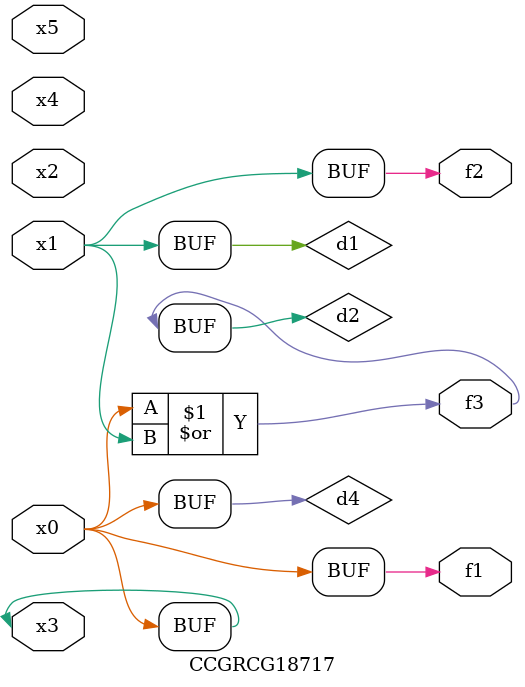
<source format=v>
module CCGRCG18717(
	input x0, x1, x2, x3, x4, x5,
	output f1, f2, f3
);

	wire d1, d2, d3, d4;

	and (d1, x1);
	or (d2, x0, x1);
	nand (d3, x0, x5);
	buf (d4, x0, x3);
	assign f1 = d4;
	assign f2 = d1;
	assign f3 = d2;
endmodule

</source>
